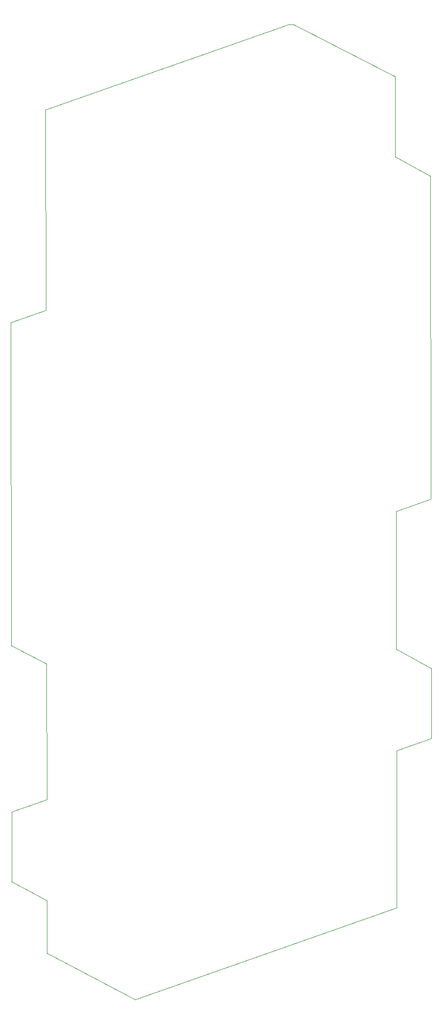
<source format=gbr>
G04 #@! TF.GenerationSoftware,KiCad,Pcbnew,(5.0.0-3-g5ebb6b6)*
G04 #@! TF.CreationDate,2019-05-30T13:54:23-04:00*
G04 #@! TF.ProjectId,HTHBadgeFinal,485448426164676546696E616C2E6B69,rev?*
G04 #@! TF.SameCoordinates,Original*
G04 #@! TF.FileFunction,Profile,NP*
%FSLAX46Y46*%
G04 Gerber Fmt 4.6, Leading zero omitted, Abs format (unit mm)*
G04 Created by KiCad (PCBNEW (5.0.0-3-g5ebb6b6)) date Thursday, May 30, 2019 at 01:54:23 PM*
%MOMM*%
%LPD*%
G01*
G04 APERTURE LIST*
%ADD10C,0.100000*%
G04 APERTURE END LIST*
D10*
X170923300Y-128422988D02*
X165107406Y-125195071D01*
X165107406Y-125195071D02*
X165062956Y-102307908D01*
X165062956Y-102307908D02*
X170868619Y-100282258D01*
X170868619Y-100282258D02*
X170764903Y-46715070D01*
X170764903Y-46715070D02*
X164949008Y-43487154D01*
X164949008Y-43487154D02*
X164923258Y-30187079D01*
X164923258Y-30187079D02*
X148068241Y-21546497D01*
X148068241Y-21546497D02*
X147204289Y-21548497D01*
X147204289Y-21548497D02*
X106836986Y-35698413D01*
X106836986Y-35698413D02*
X106901544Y-68988993D01*
X106901544Y-68988993D02*
X101095528Y-71014290D01*
X101095528Y-71014290D02*
X101199244Y-124586417D01*
X101199244Y-124586417D02*
X107015139Y-127692272D01*
X107015139Y-127692272D02*
X107058531Y-150203728D01*
X107058531Y-150203728D02*
X101252867Y-152229025D01*
X101252867Y-152229025D02*
X101275445Y-163822008D01*
X101275445Y-163822008D02*
X107090986Y-166906344D01*
X107090986Y-166906344D02*
X107107919Y-175689805D01*
X107107919Y-175689805D02*
X121709039Y-183328502D01*
X121709039Y-183328502D02*
X165190310Y-168127660D01*
X165190310Y-168127660D02*
X165139510Y-142036569D01*
X165139510Y-142036569D02*
X170945527Y-140011272D01*
X170945527Y-140011272D02*
X170923297Y-128422988D01*
X170923297Y-128422988D02*
X170923300Y-128422988D01*
M02*

</source>
